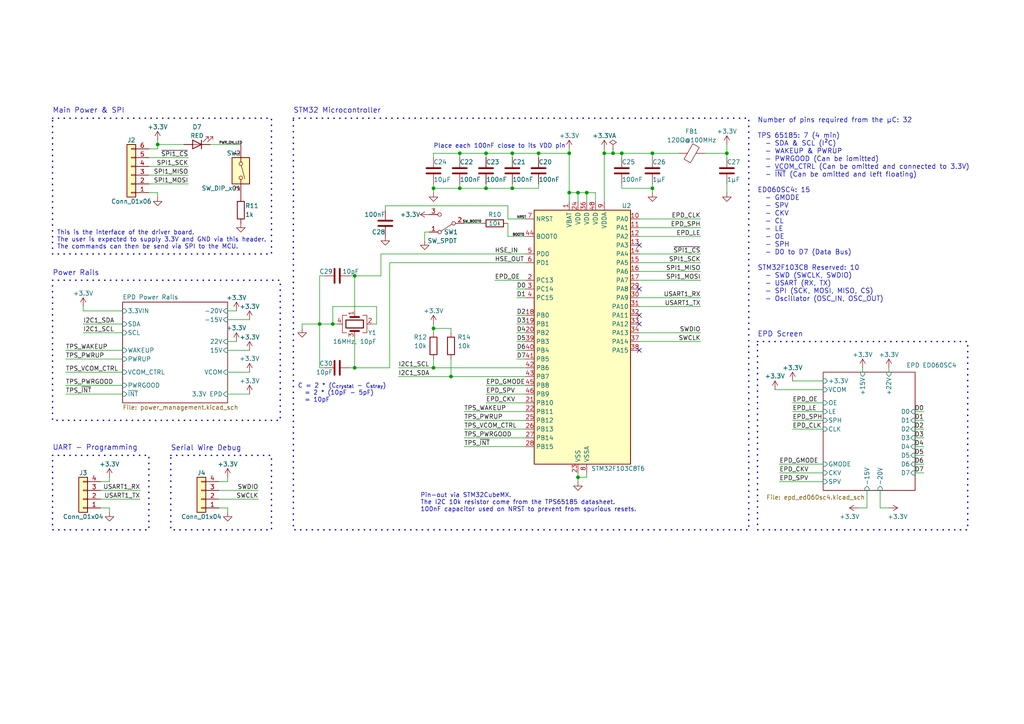
<source format=kicad_sch>
(kicad_sch (version 20230121) (generator eeschema)
  (paper "A4")
  (title_block (title "ED060SC4 SPI Driver Board") (date "2023-04-12") (rev "0.1") (company "hatrix") (comment 1 "https://github.com/Mael-Le-Garrec/ED060SC4_driver_board"))
  (lib_symbols
    (symbol "Connector_Generic:Conn_01x04" (pin_names (offset 1.016) hide)
      (property "Reference" "J" (at 0 5.08 0))
      (property "Value" "Conn_01x04" (at 0 -7.62 0))
      (symbol "Conn_01x04_1_1"
        (rectangle (start -1.27 -4.953) (end 0 -5.207) (stroke (width 0.1524)))
        (rectangle (start -1.27 -2.413) (end 0 -2.667) (stroke (width 0.1524)))
        (rectangle (start -1.27 0.127) (end 0 -0.127) (stroke (width 0.1524)))
        (rectangle (start -1.27 2.667) (end 0 2.413) (stroke (width 0.1524)))
        (rectangle (start -1.27 3.81) (end 1.27 -6.35) (stroke (width 0.254)) (fill (type background)))
        (pin passive line (at -5.08 2.54 0) (length 3.81) (name "Pin_1") (number "1"))
        (pin passive line (at -5.08 0 0) (length 3.81) (name "Pin_2") (number "2"))
        (pin passive line (at -5.08 -2.54 0) (length 3.81) (name "Pin_3") (number "3"))
        (pin passive line (at -5.08 -5.08 0) (length 3.81) (name "Pin_4") (number "4"))
      )
    )
    (symbol "Connector_Generic:Conn_01x06" (pin_names (offset 1.016) hide)
      (property "Reference" "J" (at 0 7.62 0))
      (property "Value" "Conn_01x06" (at 0 -10.16 0))
      (symbol "Conn_01x06_1_1"
        (rectangle (start -1.27 -7.493) (end 0 -7.747) (stroke (width 0.1524)))
        (rectangle (start -1.27 -4.953) (end 0 -5.207) (stroke (width 0.1524)))
        (rectangle (start -1.27 -2.413) (end 0 -2.667) (stroke (width 0.1524)))
        (rectangle (start -1.27 0.127) (end 0 -0.127) (stroke (width 0.1524)))
        (rectangle (start -1.27 2.667) (end 0 2.413) (stroke (width 0.1524)))
        (rectangle (start -1.27 5.207) (end 0 4.953) (stroke (width 0.1524)))
        (rectangle (start -1.27 6.35) (end 1.27 -8.89) (stroke (width 0.254)) (fill (type background)))
        (pin passive line (at -5.08 5.08 0) (length 3.81) (name "Pin_1") (number "1"))
        (pin passive line (at -5.08 2.54 0) (length 3.81) (name "Pin_2") (number "2"))
        (pin passive line (at -5.08 0 0) (length 3.81) (name "Pin_3") (number "3"))
        (pin passive line (at -5.08 -2.54 0) (length 3.81) (name "Pin_4") (number "4"))
        (pin passive line (at -5.08 -5.08 0) (length 3.81) (name "Pin_5") (number "5"))
        (pin passive line (at -5.08 -7.62 0) (length 3.81) (name "Pin_6") (number "6"))
      )
    )
    (symbol "Device:C" (pin_numbers hide) (pin_names (offset 0.254))
      (property "Reference" "C" (at 0.635 2.54 0))
      (property "Value" "C" (at 0.635 -2.54 0))
      (symbol "C_0_1"
        (polyline (pts (xy -2.032 -0.762) (xy 2.032 -0.762)) (stroke (width 0.508)))
        (polyline (pts (xy -2.032 0.762) (xy 2.032 0.762)) (stroke (width 0.508)))
      )
      (symbol "C_1_1"
        (pin passive line (at 0 3.81 270) (length 2.794) (name "~") (number "1"))
        (pin passive line (at 0 -3.81 90) (length 2.794) (name "~") (number "2"))
      )
    )
    (symbol "Device:Crystal_GND24" (pin_names (offset 1.016) hide)
      (property "Reference" "Y" (at 3.175 5.08 0))
      (property "Value" "Crystal_GND24" (at 3.175 3.175 0))
      (symbol "Crystal_GND24_0_1"
        (rectangle (start -1.143 2.54) (end 1.143 -2.54) (stroke (width 0.3048)))
        (polyline (pts (xy -2.54 0) (xy -2.032 0)))
        (polyline (pts (xy -2.032 -1.27) (xy -2.032 1.27)) (stroke (width 0.508)))
        (polyline (pts (xy 0 -3.81) (xy 0 -3.556)))
        (polyline (pts (xy 0 3.556) (xy 0 3.81)))
        (polyline (pts (xy 2.032 -1.27) (xy 2.032 1.27)) (stroke (width 0.508)))
        (polyline (pts (xy 2.032 0) (xy 2.54 0)))
        (polyline (pts (xy -2.54 -2.286) (xy -2.54 -3.556) (xy 2.54 -3.556) (xy 2.54 -2.286)))
        (polyline (pts (xy -2.54 2.286) (xy -2.54 3.556) (xy 2.54 3.556) (xy 2.54 2.286)))
      )
      (symbol "Crystal_GND24_1_1"
        (pin passive line (at -3.81 0 0) (length 1.27) (name "1") (number "1"))
        (pin passive line (at 0 5.08 270) (length 1.27) (name "2") (number "2"))
        (pin passive line (at 3.81 0 180) (length 1.27) (name "3") (number "3"))
        (pin passive line (at 0 -5.08 90) (length 1.27) (name "4") (number "4"))
      )
    )
    (symbol "Device:FerriteBead" (pin_numbers hide) (pin_names (offset 0))
      (property "Reference" "FB" (at -3.81 0.635 90))
      (property "Value" "FerriteBead" (at 3.81 0 90))
      (symbol "FerriteBead_0_1"
        (polyline (pts (xy 0 -1.27) (xy 0 -1.2192)))
        (polyline (pts (xy 0 1.27) (xy 0 1.2954)))
        (polyline (pts (xy -2.7686 0.4064) (xy -1.7018 2.2606) (xy 2.7686 -0.3048) (xy 1.6764 -2.159) (xy -2.7686 0.4064)))
      )
      (symbol "FerriteBead_1_1"
        (pin passive line (at 0 3.81 270) (length 2.54) (name "~") (number "1"))
        (pin passive line (at 0 -3.81 90) (length 2.54) (name "~") (number "2"))
      )
    )
    (symbol "Device:LED" (pin_numbers hide) (pin_names (offset 1.016) hide)
      (property "Reference" "D" (at 0 2.54 0))
      (property "Value" "LED" (at 0 -2.54 0))
      (symbol "LED_0_1"
        (polyline (pts (xy -1.27 -1.27) (xy -1.27 1.27)) (stroke (width 0.254)))
        (polyline (pts (xy -1.27 0) (xy 1.27 0)))
        (polyline (pts (xy 1.27 -1.27) (xy 1.27 1.27) (xy -1.27 0) (xy 1.27 -1.27)) (stroke (width 0.254)))
        (polyline (pts (xy -3.048 -0.762) (xy -4.572 -2.286) (xy -3.81 -2.286) (xy -4.572 -2.286) (xy -4.572 -1.524)))
        (polyline (pts (xy -1.778 -0.762) (xy -3.302 -2.286) (xy -2.54 -2.286) (xy -3.302 -2.286) (xy -3.302 -1.524)))
      )
      (symbol "LED_1_1"
        (pin passive line (at -3.81 0 0) (length 2.54) (name "K") (number "1"))
        (pin passive line (at 3.81 0 180) (length 2.54) (name "A") (number "2"))
      )
    )
    (symbol "Device:R" (pin_numbers hide) (pin_names (offset 0))
      (property "Reference" "R" (at 2.032 0 90))
      (property "Value" "R" (at 0 0 90))
      (symbol "R_0_1"
        (rectangle (start -1.016 -2.54) (end 1.016 2.54) (stroke (width 0.254)))
      )
      (symbol "R_1_1"
        (pin passive line (at 0 3.81 270) (length 1.27) (name "~") (number "1"))
        (pin passive line (at 0 -3.81 90) (length 1.27) (name "~") (number "2"))
      )
    )
    (symbol "MCU_ST_STM32F1:STM32F103C8Tx"
      (property "Reference" "U" (at -12.7 39.37 0))
      (property "Value" "STM32F103C8Tx" (at 10.16 39.37 0))
      (symbol "STM32F103C8Tx_0_1"
        (rectangle (start -12.7 -35.56) (end 15.24 38.1) (stroke (width 0.254)) (fill (type background)))
      )
      (symbol "STM32F103C8Tx_1_1"
        (pin power_in line (at -2.54 40.64 270) (length 2.54) (name "VBAT") (number "1"))
        (pin bidirectional line (at 17.78 35.56 180) (length 2.54) (name "PA0") (number "10"))
        (pin bidirectional line (at 17.78 33.02 180) (length 2.54) (name "PA1") (number "11"))
        (pin bidirectional line (at 17.78 30.48 180) (length 2.54) (name "PA2") (number "12"))
        (pin bidirectional line (at 17.78 27.94 180) (length 2.54) (name "PA3") (number "13"))
        (pin bidirectional line (at 17.78 25.4 180) (length 2.54) (name "PA4") (number "14"))
        (pin bidirectional line (at 17.78 22.86 180) (length 2.54) (name "PA5") (number "15"))
        (pin bidirectional line (at 17.78 20.32 180) (length 2.54) (name "PA6") (number "16"))
        (pin bidirectional line (at 17.78 17.78 180) (length 2.54) (name "PA7") (number "17"))
        (pin bidirectional line (at -15.24 7.62 0) (length 2.54) (name "PB0") (number "18"))
        (pin bidirectional line (at -15.24 5.08 0) (length 2.54) (name "PB1") (number "19"))
        (pin bidirectional line (at -15.24 17.78 0) (length 2.54) (name "PC13") (number "2"))
        (pin bidirectional line (at -15.24 2.54 0) (length 2.54) (name "PB2") (number "20"))
        (pin bidirectional line (at -15.24 -17.78 0) (length 2.54) (name "PB10") (number "21"))
        (pin bidirectional line (at -15.24 -20.32 0) (length 2.54) (name "PB11") (number "22"))
        (pin power_in line (at 0 -38.1 90) (length 2.54) (name "VSS") (number "23"))
        (pin power_in line (at 0 40.64 270) (length 2.54) (name "VDD") (number "24"))
        (pin bidirectional line (at -15.24 -22.86 0) (length 2.54) (name "PB12") (number "25"))
        (pin bidirectional line (at -15.24 -25.4 0) (length 2.54) (name "PB13") (number "26"))
        (pin bidirectional line (at -15.24 -27.94 0) (length 2.54) (name "PB14") (number "27"))
        (pin bidirectional line (at -15.24 -30.48 0) (length 2.54) (name "PB15") (number "28"))
        (pin bidirectional line (at 17.78 15.24 180) (length 2.54) (name "PA8") (number "29"))
        (pin bidirectional line (at -15.24 15.24 0) (length 2.54) (name "PC14") (number "3"))
        (pin bidirectional line (at 17.78 12.7 180) (length 2.54) (name "PA9") (number "30"))
        (pin bidirectional line (at 17.78 10.16 180) (length 2.54) (name "PA10") (number "31"))
        (pin bidirectional line (at 17.78 7.62 180) (length 2.54) (name "PA11") (number "32"))
        (pin bidirectional line (at 17.78 5.08 180) (length 2.54) (name "PA12") (number "33"))
        (pin bidirectional line (at 17.78 2.54 180) (length 2.54) (name "PA13") (number "34"))
        (pin passive line (at 0 -38.1 90) (length 2.54) hide (name "VSS") (number "35"))
        (pin power_in line (at 2.54 40.64 270) (length 2.54) (name "VDD") (number "36"))
        (pin bidirectional line (at 17.78 0 180) (length 2.54) (name "PA14") (number "37"))
        (pin bidirectional line (at 17.78 -2.54 180) (length 2.54) (name "PA15") (number "38"))
        (pin bidirectional line (at -15.24 0 0) (length 2.54) (name "PB3") (number "39"))
        (pin bidirectional line (at -15.24 12.7 0) (length 2.54) (name "PC15") (number "4"))
        (pin bidirectional line (at -15.24 -2.54 0) (length 2.54) (name "PB4") (number "40"))
        (pin bidirectional line (at -15.24 -5.08 0) (length 2.54) (name "PB5") (number "41"))
        (pin bidirectional line (at -15.24 -7.62 0) (length 2.54) (name "PB6") (number "42"))
        (pin bidirectional line (at -15.24 -10.16 0) (length 2.54) (name "PB7") (number "43"))
        (pin input line (at -15.24 30.48 0) (length 2.54) (name "BOOT0") (number "44"))
        (pin bidirectional line (at -15.24 -12.7 0) (length 2.54) (name "PB8") (number "45"))
        (pin bidirectional line (at -15.24 -15.24 0) (length 2.54) (name "PB9") (number "46"))
        (pin passive line (at 0 -38.1 90) (length 2.54) hide (name "VSS") (number "47"))
        (pin power_in line (at 5.08 40.64 270) (length 2.54) (name "VDD") (number "48"))
        (pin bidirectional line (at -15.24 25.4 0) (length 2.54) (name "PD0") (number "5"))
        (pin bidirectional line (at -15.24 22.86 0) (length 2.54) (name "PD1") (number "6"))
        (pin input line (at -15.24 35.56 0) (length 2.54) (name "NRST") (number "7"))
        (pin power_in line (at 2.54 -38.1 90) (length 2.54) (name "VSSA") (number "8"))
        (pin power_in line (at 7.62 40.64 270) (length 2.54) (name "VDDA") (number "9"))
      )
    )
    (symbol "Switch:SW_DIP_x01" (pin_names (offset 0) hide)
      (property "Reference" "SW" (at 0 3.81 0))
      (property "Value" "SW_DIP_x01" (at 0 -3.81 0))
      (symbol "SW_DIP_x01_0_0"
        (circle (center -2.032 0) (radius 0.508))
        (polyline (pts (xy -1.524 0.127) (xy 2.3622 1.1684)))
        (circle (center 2.032 0) (radius 0.508))
      )
      (symbol "SW_DIP_x01_0_1"
        (rectangle (start -3.81 2.54) (end 3.81 -2.54) (stroke (width 0.254)) (fill (type background)))
      )
      (symbol "SW_DIP_x01_1_1"
        (pin passive line (at -7.62 0 0) (length 5.08) (name "~") (number "1"))
        (pin passive line (at 7.62 0 180) (length 5.08) (name "~") (number "2"))
      )
    )
    (symbol "Switch:SW_SPDT" (pin_names (offset 0) hide)
      (property "Reference" "SW" (at 0 4.318 0))
      (property "Value" "SW_SPDT" (at 0 -5.08 0))
      (symbol "SW_SPDT_0_0"
        (circle (center -2.032 0) (radius 0.508))
        (circle (center 2.032 -2.54) (radius 0.508))
      )
      (symbol "SW_SPDT_0_1"
        (polyline (pts (xy -1.524 0.254) (xy 1.651 2.286)))
        (circle (center 2.032 2.54) (radius 0.508))
      )
      (symbol "SW_SPDT_1_1"
        (pin passive line (at 5.08 2.54 180) (length 2.54) (name "A") (number "1"))
        (pin passive line (at -5.08 0 0) (length 2.54) (name "B") (number "2"))
        (pin passive line (at 5.08 -2.54 180) (length 2.54) (name "C") (number "3"))
      )
    )
    (symbol "power:+3.3V" (power) (pin_names (offset 0))
      (property "Value" "+3.3V" (at 0 3.556 0))
      (symbol "+3.3V_0_1"
        (polyline (pts (xy -0.762 1.27) (xy 0 2.54)))
        (polyline (pts (xy 0 0) (xy 0 2.54)))
        (polyline (pts (xy 0 2.54) (xy 0.762 1.27)))
      )
      (symbol "+3.3V_1_1"
        (pin power_in line (at 0 0 90) (length 0) hide (name "+3.3V") (number "1"))
      )
    )
    (symbol "power:+3.3VA" (power) (pin_names (offset 0))
      (property "Value" "+3.3VA" (at 0 3.556 0))
      (symbol "+3.3VA_0_1"
        (polyline (pts (xy -0.762 1.27) (xy 0 2.54)))
        (polyline (pts (xy 0 0) (xy 0 2.54)))
        (polyline (pts (xy 0 2.54) (xy 0.762 1.27)))
      )
      (symbol "+3.3VA_1_1"
        (pin power_in line (at 0 0 90) (length 0) hide (name "+3.3VA") (number "1"))
      )
    )
    (symbol "power:GND" (power) (pin_names (offset 0))
      (property "Value" "GND" (at 0 -3.81 0))
      (symbol "GND_0_1"
        (polyline (pts (xy 0 0) (xy 0 -1.27) (xy 1.27 -1.27) (xy 0 -2.54) (xy -1.27 -1.27) (xy 0 -1.27)))
      )
      (symbol "GND_1_1"
        (pin power_in line (at 0 0 270) (length 0) hide (name "GND") (number "1"))
      )
    )
    (symbol "power:PWR_FLAG" (power) (pin_numbers hide) (pin_names (offset 0) hide)
      (property "Value" "PWR_FLAG" (at 0 3.81 0))
      (symbol "PWR_FLAG_0_0"
        (pin power_out line (at 0 0 90) (length 0) (name "pwr") (number "1"))
      )
      (symbol "PWR_FLAG_0_1"
        (polyline (pts (xy 0 0) (xy 0 1.27) (xy -1.016 1.905) (xy 0 2.54) (xy 1.016 1.905) (xy 0 1.27)))
      )
    )
  )
  (junction (at 45.72 41.91))
  (junction (at 175.26 44.45))
  (junction (at 167.64 138.43))
  (junction (at 125.73 95.25))
  (junction (at 165.1 55.88))
  (junction (at 156.21 44.45))
  (junction (at 133.35 44.45))
  (junction (at 92.71 93.98))
  (junction (at 102.87 106.68))
  (junction (at 165.1 44.45))
  (junction (at 133.35 54.61))
  (junction (at 125.73 106.68))
  (junction (at 167.64 55.88))
  (junction (at 148.59 54.61))
  (junction (at 189.23 54.61))
  (junction (at 125.73 54.61))
  (junction (at 140.97 54.61))
  (junction (at 170.18 55.88))
  (junction (at 130.81 109.22))
  (junction (at 189.23 44.45))
  (junction (at 180.34 44.45))
  (junction (at 96.52 93.98))
  (junction (at 140.97 44.45))
  (junction (at 102.87 80.01))
  (junction (at 148.59 44.45))
  (junction (at 177.8 44.45))
  (junction (at 210.82 44.45))
  (no_connect (at 185.42 91.44))
  (no_connect (at 185.42 83.82))
  (no_connect (at 185.42 93.98))
  (no_connect (at 185.42 101.6))
  (no_connect (at 185.42 71.12))
  (wire (pts (xy 124.46 67.31) (xy 123.19 67.31)))
  (wire (pts (xy 204.47 44.45) (xy 210.82 44.45)))
  (wire (pts (xy 156.21 44.45) (xy 165.1 44.45)))
  (wire (pts (xy 167.64 55.88) (xy 167.64 58.42)))
  (wire (pts (xy 45.72 40.64) (xy 45.72 41.91)))
  (wire (pts (xy 257.81 106.68) (xy 257.81 107.95)))
  (wire (pts (xy 24.13 93.98) (xy 35.56 93.98)))
  (wire (pts (xy 66.04 99.06) (xy 68.58 99.06)))
  (wire (pts (xy 96.52 93.98) (xy 92.71 93.98)))
  (wire (pts (xy 156.21 54.61) (xy 156.21 53.34)))
  (wire (pts (xy 60.96 41.91) (xy 69.85 41.91)))
  (wire (pts (xy 165.1 55.88) (xy 165.1 58.42)))
  (wire (pts (xy 125.73 54.61) (xy 125.73 55.88)))
  (wire (pts (xy 66.04 147.32) (xy 63.5 147.32)))
  (wire (pts (xy 130.81 109.22) (xy 152.4 109.22)))
  (wire (pts (xy 172.72 55.88) (xy 172.72 58.42)))
  (wire (pts (xy 125.73 44.45) (xy 133.35 44.45)))
  (wire (pts (xy 92.71 106.68) (xy 93.98 106.68)))
  (wire (pts (xy 29.21 144.78) (xy 40.64 144.78)))
  (wire (pts (xy 185.42 81.28) (xy 203.2 81.28)))
  (wire (pts (xy 148.59 44.45) (xy 148.59 45.72)))
  (wire (pts (xy 180.34 44.45) (xy 180.34 45.72)))
  (wire (pts (xy 167.64 137.16) (xy 167.64 138.43)))
  (wire (pts (xy 107.95 93.98) (xy 109.22 93.98)))
  (wire (pts (xy 167.64 55.88) (xy 165.1 55.88)))
  (wire (pts (xy 177.8 44.45) (xy 180.34 44.45)))
  (wire (pts (xy 165.1 43.18) (xy 165.1 44.45)))
  (wire (pts (xy 45.72 41.91) (xy 45.72 43.18)))
  (wire (pts (xy 96.52 93.98) (xy 97.79 93.98)))
  (wire (pts (xy 19.05 104.14) (xy 35.56 104.14)))
  (wire (pts (xy 147.32 64.77) (xy 147.32 68.58)))
  (wire (pts (xy 134.62 124.46) (xy 152.4 124.46)))
  (wire (pts (xy 43.18 48.26) (xy 54.61 48.26)))
  (wire (pts (xy 31.75 138.43) (xy 31.75 139.7)))
  (wire (pts (xy 189.23 44.45) (xy 189.23 45.72)))
  (wire (pts (xy 140.97 54.61) (xy 140.97 53.34)))
  (wire (pts (xy 189.23 44.45) (xy 196.85 44.45)))
  (wire (pts (xy 66.04 114.3) (xy 72.39 114.3)))
  (wire (pts (xy 24.13 88.9) (xy 24.13 90.17)))
  (wire (pts (xy 185.42 76.2) (xy 203.2 76.2)))
  (wire (pts (xy 102.87 106.68) (xy 101.6 106.68)))
  (wire (pts (xy 96.52 88.9) (xy 96.52 93.98)))
  (wire (pts (xy 267.97 132.08) (xy 265.43 132.08)))
  (wire (pts (xy 170.18 55.88) (xy 170.18 58.42)))
  (wire (pts (xy 185.42 96.52) (xy 203.2 96.52)))
  (wire (pts (xy 43.18 50.8) (xy 54.61 50.8)))
  (wire (pts (xy 149.86 101.6) (xy 152.4 101.6)))
  (wire (pts (xy 229.87 121.92) (xy 238.76 121.92)))
  (wire (pts (xy 125.73 95.25) (xy 125.73 93.98)))
  (wire (pts (xy 177.8 43.18) (xy 177.8 44.45)))
  (wire (pts (xy 149.86 99.06) (xy 152.4 99.06)))
  (wire (pts (xy 133.35 44.45) (xy 140.97 44.45)))
  (wire (pts (xy 125.73 104.14) (xy 125.73 106.68)))
  (wire (pts (xy 113.03 106.68) (xy 102.87 106.68)))
  (wire (pts (xy 172.72 55.88) (xy 170.18 55.88)))
  (wire (pts (xy 175.26 44.45) (xy 177.8 44.45)))
  (wire (pts (xy 102.87 80.01) (xy 102.87 90.17)))
  (wire (pts (xy 125.73 95.25) (xy 130.81 95.25)))
  (wire (pts (xy 109.22 88.9) (xy 96.52 88.9)))
  (wire (pts (xy 170.18 137.16) (xy 170.18 138.43)))
  (wire (pts (xy 148.59 54.61) (xy 156.21 54.61)))
  (wire (pts (xy 19.05 114.3) (xy 35.56 114.3)))
  (wire (pts (xy 226.06 139.7) (xy 238.76 139.7)))
  (wire (pts (xy 19.05 111.76) (xy 35.56 111.76)))
  (wire (pts (xy 24.13 90.17) (xy 35.56 90.17)))
  (wire (pts (xy 92.71 93.98) (xy 92.71 106.68)))
  (wire (pts (xy 66.04 107.95) (xy 72.39 107.95)))
  (wire (pts (xy 185.42 99.06) (xy 203.2 99.06)))
  (wire (pts (xy 140.97 116.84) (xy 152.4 116.84)))
  (wire (pts (xy 148.59 44.45) (xy 156.21 44.45)))
  (wire (pts (xy 109.22 93.98) (xy 109.22 88.9)))
  (wire (pts (xy 45.72 41.91) (xy 53.34 41.91)))
  (wire (pts (xy 110.49 73.66) (xy 152.4 73.66)))
  (wire (pts (xy 140.97 44.45) (xy 140.97 45.72)))
  (wire (pts (xy 267.97 121.92) (xy 265.43 121.92)))
  (wire (pts (xy 133.35 54.61) (xy 133.35 53.34)))
  (wire (pts (xy 110.49 73.66) (xy 110.49 80.01)))
  (wire (pts (xy 140.97 111.76) (xy 152.4 111.76)))
  (wire (pts (xy 147.32 68.58) (xy 152.4 68.58)))
  (wire (pts (xy 149.86 104.14) (xy 152.4 104.14)))
  (wire (pts (xy 29.21 139.7) (xy 31.75 139.7)))
  (wire (pts (xy 255.27 142.24) (xy 255.27 147.32)))
  (wire (pts (xy 87.63 93.98) (xy 92.71 93.98)))
  (wire (pts (xy 19.05 101.6) (xy 35.56 101.6)))
  (wire (pts (xy 110.49 80.01) (xy 102.87 80.01)))
  (wire (pts (xy 134.62 127) (xy 152.4 127)))
  (wire (pts (xy 180.34 44.45) (xy 189.23 44.45)))
  (wire (pts (xy 167.64 138.43) (xy 167.64 139.7)))
  (wire (pts (xy 250.19 106.68) (xy 250.19 107.95)))
  (wire (pts (xy 170.18 55.88) (xy 167.64 55.88)))
  (wire (pts (xy 226.06 134.62) (xy 238.76 134.62)))
  (wire (pts (xy 102.87 80.01) (xy 101.6 80.01)))
  (wire (pts (xy 229.87 110.49) (xy 238.76 110.49)))
  (wire (pts (xy 248.92 147.32) (xy 251.46 147.32)))
  (wire (pts (xy 147.32 59.69) (xy 147.32 63.5)))
  (wire (pts (xy 24.13 96.52) (xy 35.56 96.52)))
  (wire (pts (xy 185.42 88.9) (xy 203.2 88.9)))
  (wire (pts (xy 19.05 107.95) (xy 35.56 107.95)))
  (wire (pts (xy 185.42 86.36) (xy 203.2 86.36)))
  (wire (pts (xy 130.81 96.52) (xy 130.81 95.25)))
  (wire (pts (xy 43.18 53.34) (xy 54.61 53.34)))
  (wire (pts (xy 87.63 95.25) (xy 87.63 93.98)))
  (wire (pts (xy 111.76 59.69) (xy 147.32 59.69)))
  (wire (pts (xy 189.23 55.88) (xy 189.23 54.61)))
  (wire (pts (xy 123.19 67.31) (xy 123.19 69.85)))
  (wire (pts (xy 267.97 137.16) (xy 265.43 137.16)))
  (wire (pts (xy 125.73 45.72) (xy 125.73 44.45)))
  (wire (pts (xy 66.04 101.6) (xy 72.39 101.6)))
  (wire (pts (xy 185.42 78.74) (xy 203.2 78.74)))
  (wire (pts (xy 143.51 81.28) (xy 152.4 81.28)))
  (wire (pts (xy 63.5 144.78) (xy 74.93 144.78)))
  (wire (pts (xy 43.18 43.18) (xy 45.72 43.18)))
  (wire (pts (xy 29.21 142.24) (xy 40.64 142.24)))
  (wire (pts (xy 43.18 45.72) (xy 54.61 45.72)))
  (wire (pts (xy 210.82 53.34) (xy 210.82 55.88)))
  (wire (pts (xy 210.82 41.91) (xy 210.82 44.45)))
  (wire (pts (xy 185.42 66.04) (xy 203.2 66.04)))
  (wire (pts (xy 267.97 134.62) (xy 265.43 134.62)))
  (wire (pts (xy 92.71 80.01) (xy 93.98 80.01)))
  (wire (pts (xy 257.81 147.32) (xy 255.27 147.32)))
  (wire (pts (xy 134.62 119.38) (xy 152.4 119.38)))
  (wire (pts (xy 180.34 53.34) (xy 180.34 54.61)))
  (wire (pts (xy 149.86 96.52) (xy 152.4 96.52)))
  (wire (pts (xy 185.42 73.66) (xy 203.2 73.66)))
  (wire (pts (xy 147.32 63.5) (xy 152.4 63.5)))
  (wire (pts (xy 267.97 127) (xy 265.43 127)))
  (wire (pts (xy 140.97 44.45) (xy 148.59 44.45)))
  (wire (pts (xy 63.5 142.24) (xy 74.93 142.24)))
  (wire (pts (xy 149.86 91.44) (xy 152.4 91.44)))
  (wire (pts (xy 115.57 109.22) (xy 130.81 109.22)))
  (wire (pts (xy 66.04 90.17) (xy 68.58 90.17)))
  (wire (pts (xy 133.35 54.61) (xy 140.97 54.61)))
  (wire (pts (xy 140.97 54.61) (xy 148.59 54.61)))
  (wire (pts (xy 229.87 119.38) (xy 238.76 119.38)))
  (wire (pts (xy 43.18 55.88) (xy 45.72 55.88)))
  (wire (pts (xy 134.62 121.92) (xy 152.4 121.92)))
  (wire (pts (xy 156.21 45.72) (xy 156.21 44.45)))
  (wire (pts (xy 229.87 124.46) (xy 238.76 124.46)))
  (wire (pts (xy 66.04 148.59) (xy 66.04 147.32)))
  (wire (pts (xy 102.87 106.68) (xy 102.87 97.79)))
  (wire (pts (xy 175.26 43.18) (xy 175.26 44.45)))
  (wire (pts (xy 165.1 44.45) (xy 165.1 55.88)))
  (wire (pts (xy 175.26 44.45) (xy 175.26 58.42)))
  (wire (pts (xy 130.81 104.14) (xy 130.81 109.22)))
  (wire (pts (xy 149.86 83.82) (xy 152.4 83.82)))
  (wire (pts (xy 185.42 68.58) (xy 203.2 68.58)))
  (wire (pts (xy 31.75 147.32) (xy 29.21 147.32)))
  (wire (pts (xy 251.46 147.32) (xy 251.46 142.24)))
  (wire (pts (xy 210.82 44.45) (xy 210.82 45.72)))
  (wire (pts (xy 229.87 116.84) (xy 238.76 116.84)))
  (wire (pts (xy 115.57 106.68) (xy 125.73 106.68)))
  (wire (pts (xy 125.73 106.68) (xy 152.4 106.68)))
  (wire (pts (xy 149.86 86.36) (xy 152.4 86.36)))
  (wire (pts (xy 180.34 54.61) (xy 189.23 54.61)))
  (wire (pts (xy 45.72 55.88) (xy 45.72 57.15)))
  (wire (pts (xy 92.71 80.01) (xy 92.71 93.98)))
  (wire (pts (xy 113.03 106.68) (xy 113.03 76.2)))
  (wire (pts (xy 267.97 129.54) (xy 265.43 129.54)))
  (wire (pts (xy 149.86 93.98) (xy 152.4 93.98)))
  (wire (pts (xy 267.97 119.38) (xy 265.43 119.38)))
  (wire (pts (xy 134.62 129.54) (xy 152.4 129.54)))
  (wire (pts (xy 66.04 92.71) (xy 72.39 92.71)))
  (wire (pts (xy 189.23 53.34) (xy 189.23 54.61)))
  (wire (pts (xy 125.73 54.61) (xy 133.35 54.61)))
  (wire (pts (xy 185.42 63.5) (xy 203.2 63.5)))
  (wire (pts (xy 113.03 76.2) (xy 152.4 76.2)))
  (wire (pts (xy 133.35 45.72) (xy 133.35 44.45)))
  (wire (pts (xy 31.75 148.59) (xy 31.75 147.32)))
  (wire (pts (xy 66.04 139.7) (xy 63.5 139.7)))
  (wire (pts (xy 167.64 138.43) (xy 170.18 138.43)))
  (wire (pts (xy 134.62 64.77) (xy 139.7 64.77)))
  (wire (pts (xy 125.73 95.25) (xy 125.73 96.52)))
  (wire (pts (xy 66.04 138.43) (xy 66.04 139.7)))
  (wire (pts (xy 226.06 137.16) (xy 238.76 137.16)))
  (wire (pts (xy 111.76 59.69) (xy 111.76 60.96)))
  (wire (pts (xy 140.97 114.3) (xy 152.4 114.3)))
  (wire (pts (xy 148.59 54.61) (xy 148.59 53.34)))
  (wire (pts (xy 267.97 124.46) (xy 265.43 124.46)))
  (wire (pts (xy 224.79 113.03) (xy 238.76 113.03)))
  (wire (pts (xy 125.73 53.34) (xy 125.73 54.61)))
  (rectangle (start 219.71 99.06) (end 280.67 153.67) (stroke (width 0.4) (type dot)))
  (rectangle (start 15.24 34.29) (end 78.74 73.66) (stroke (width 0.4) (type dot)))
  (rectangle (start 85.09 34.29) (end 217.17 153.67) (stroke (width 0.4) (type dot)))
  (rectangle (start 49.53 132.08) (end 78.74 153.67) (stroke (width 0.4) (type dot)))
  (rectangle (start 15.24 132.08) (end 43.18 153.67) (stroke (width 0.4) (type dot)))
  (rectangle (start 15.24 81.28) (end 81.28 121.92) (stroke (width 0.4) (type dot)))
  (text "Number of pins required from the µC: 32\n\nTPS 65185: 7 (4 min)\n  - SDA & SCL (I²C)\n  - WAKEUP & PWRUP\n  - PWRGOOD (Can be iomitted)\n  - VCOM_CTRL (Can be omitted and connected to 3.3V)\n  - ~{INT} (Can be omitted and left floating)\n\nED060SC4: 15\n  - GMODE\n  - SPV\n  - CKV\n  - CL\n  - LE\n  - OE\n  - SPH\n  - D0 to D7 (Data Bus)\n\nSTM32F103C8 Reserved: 10\n  - SWD (SWCLK, SWDIO)\n  - USART (RX, TX)\n  - SPI (SCK, MOSI, MISO, CS)\n  - Oscillator (OSC_IN, OSC_OUT)" (at 219.71 87.63 0) (effects (font (size 1.4 1.4)) (justify left bottom)))
  (text "Pin-out via STM32CubeMX.\nThe I2C 10k resistor come from the TPS65185 datasheet.\n100nF capacitor used on NRST to prevent from spurious resets." (at 121.92 148.59 0) (effects (font (size 1.27 1.27)) (justify left bottom)))
  (text "EPD Screen\n\n" (at 219.71 100.33 0) (effects (font (size 1.5 1.5)) (justify left bottom)))
  (text "STM32 Microcontroller\n" (at 85.09 33.02 0) (effects (font (size 1.5 1.5)) (justify left bottom)))
  (text "Power Rails\n\n" (at 15.24 82.55 0) (effects (font (size 1.5 1.5)) (justify left bottom)))
  (text "Place each 100nF close to its VDD pin" (at 125.73 43.18 0) (effects (font (size 1.27 1.27)) (justify left bottom)))
  (text "Serial Wire Debug\n\n" (at 49.53 133.35 0) (effects (font (size 1.5 1.5)) (justify left bottom)))
  (text "This is the interface of the driver board.\nThe user is expected to supply 3.3V and GND via this header.\nThe commands can then be send via SPI to the MCU." (at 16.51 72.39 0) (effects (font (size 1.27 1.27)) (justify left bottom)))
  (text "C = 2 * (C_{crystal} - C_{stray})\n  = 2 * (10pF - 5pF)\n  = 10pF" (at 86.36 116.84 0) (effects (font (size 1.27 1.27)) (justify left bottom)))
  (text "UART - Programming\n" (at 15.24 130.81 0) (effects (font (size 1.5 1.5)) (justify left bottom)))
  (text "Main Power & SPI\n" (at 15.24 33.02 0) (effects (font (size 1.5 1.5)) (justify left bottom)))
  (label "USART1_TX" (at 40.64 144.78 180))
  (label "D1" (at 267.97 121.92 180))
  (label "D7" (at 267.97 137.16 180))
  (label "EPD_CLK" (at 203.2 63.5 180))
  (label "SWCLK" (at 203.2 99.06 180))
  (label "I2C1_SDA" (at 24.13 93.98 0))
  (label "EPD_GMODE" (at 140.97 111.76 0))
  (label "SPI1_SCK" (at 54.61 48.26 180))
  (label "SWDIO" (at 74.93 142.24 180))
  (label "D4" (at 267.97 129.54 180))
  (label "SWDIO" (at 203.2 96.52 180))
  (label "TPS_PWRUP" (at 134.62 121.92 0))
  (label "D3" (at 267.97 127 180))
  (label "TPS_PWRGOOD" (at 134.62 127 0))
  (label "I2C1_SDA" (at 115.57 109.22 0))
  (label "~{SPI1_CS}" (at 203.2 73.66 180))
  (label "EPD_SPH" (at 203.2 66.04 180))
  (label "SWCLK" (at 74.93 144.78 180))
  (label "~{SPI1_CS}" (at 54.61 45.72 180))
  (label "D0" (at 149.86 83.82 0))
  (label "USART1_RX" (at 40.64 142.24 180))
  (label "EPD_OE" (at 229.87 116.84 0))
  (label "SPI1_MOSI" (at 54.61 53.34 180))
  (label "TPS_VCOM_CTRL" (at 19.05 107.95 0))
  (label "EPD_OE" (at 143.51 81.28 0))
  (label "TPS_~{INT}" (at 19.05 114.3 0))
  (label "SPI1_MISO" (at 54.61 50.8 180))
  (label "D6" (at 267.97 134.62 180))
  (label "TPS_PWRGOOD" (at 19.05 111.76 0))
  (label "D6" (at 149.86 101.6 0))
  (label "TPS_VCOM_CTRL" (at 134.62 124.46 0))
  (label "USART1_RX" (at 203.2 86.36 180))
  (label "SW_BOOT0" (at 139.7 64.77 180) (effects (font (size 0.7 0.7))))
  (label "NRST" (at 149.86 63.5 0) (effects (font (size 0.7 0.7))))
  (label "SPI1_SCK" (at 203.2 76.2 180))
  (label "D7" (at 149.86 104.14 0))
  (label "EPD_CKV" (at 226.06 137.16 0))
  (label "EPD_SPV" (at 226.06 139.7 0))
  (label "TPS_PWRUP" (at 19.05 104.14 0))
  (label "SPI1_MOSI" (at 203.2 81.28 180))
  (label "D2" (at 149.86 91.44 0))
  (label "EPD_CLK" (at 229.87 124.46 0))
  (label "EPD_SPH" (at 229.87 121.92 0))
  (label "SPI1_MISO" (at 203.2 78.74 180))
  (label "D3" (at 149.86 93.98 0))
  (label "D5" (at 149.86 99.06 0))
  (label "I2C1_SCL" (at 115.57 106.68 0))
  (label "D5" (at 267.97 132.08 180))
  (label "PWR_ON_LED" (at 63.5 41.91 0) (effects (font (size 0.7 0.7))))
  (label "D4" (at 149.86 96.52 0))
  (label "TPS_WAKEUP" (at 134.62 119.38 0))
  (label "EPD_SPV" (at 140.97 114.3 0))
  (label "EPD_GMODE" (at 226.06 134.62 0))
  (label "EPD_LE" (at 229.87 119.38 0))
  (label "HSE_OUT" (at 143.51 76.2 0))
  (label "HSE_IN" (at 143.51 73.66 0))
  (label "USART1_TX" (at 203.2 88.9 180))
  (label "TPS_WAKEUP" (at 19.05 101.6 0))
  (label "D1" (at 149.86 86.36 0))
  (label "BOOT0" (at 148.59 68.58 0) (effects (font (size 0.7 0.7))))
  (label "EPD_CKV" (at 140.97 116.84 0))
  (label "D0" (at 267.97 119.38 180))
  (label "EPD_LE" (at 203.2 68.58 180))
  (label "TPS_~{INT}" (at 134.62 129.54 0))
  (label "I2C1_SCL" (at 24.13 96.52 0))
  (label "D2" (at 267.97 124.46 180))
  (symbol (lib_id "power:GND") (at 167.64 139.7 0) (unit 1)
    (property "Reference" "#PWR026" (effects hide))
    (property "Value" "GND" (effects hide))
  )
  (symbol (lib_id "power:GND") (at 189.23 55.88 0) (unit 1)
    (property "Reference" "#PWR032" (effects hide))
    (property "Value" "GND" (effects hide))
  )
  (symbol (lib_id "power:+3.3V") (at 165.1 43.18 0) (unit 1)
    (property "Reference" "#PWR029" (effects hide))
    (property "Value" "+3.3V" (at 165.1 39.37 0))
  )
  (symbol (lib_id "Connector_Generic:Conn_01x04") (at 58.42 144.78 180) (unit 1)
    (property "Reference" "J4" (at 58.42 137.16 0))
    (property "Value" "Conn_01x04" (at 58.42 149.86 0))
  )
  (symbol (lib_id "power:+3.3V") (at 68.58 99.06 0) (unit 1)
    (property "Reference" "#PWR065" (effects hide))
    (property "Value" "+22V" (at 68.5411 95.1162 0))
  )
  (symbol (lib_id "power:+3.3V") (at 210.82 41.91 0) (unit 1)
    (property "Reference" "#PWR034" (effects hide))
    (property "Value" "+3.3V" (at 210.82 38.1 0))
  )
  (symbol (lib_id "Device:C") (at 125.73 49.53 0) (unit 1)
    (property "Reference" "C24" (at 125.73 46.99 0) (effects (justify left)))
    (property "Value" "10µF" (at 125.73 52.07 0) (effects (justify left)))
  )
  (symbol (lib_id "power:+3.3V") (at 248.92 147.32 90) (unit 1)
    (property "Reference" "#PWR070" (effects hide))
    (property "Value" "-15V" (at 246.38 149.86 90))
  )
  (symbol (lib_id "Device:FerriteBead") (at 200.66 44.45 90) (unit 1)
    (property "Reference" "FB1" (at 200.6092 38.1 90))
    (property "Value" "120Ω@100MHz" (at 200.6092 40.64 90))
  )
  (symbol (lib_id "power:+3.3V") (at 31.75 138.43 0) (unit 1)
    (property "Reference" "#PWR042" (effects hide))
    (property "Value" "+3.3V" (at 31.75 134.62 0))
  )
  (symbol (lib_id "power:+3.3V") (at 72.39 114.3 0) (unit 1)
    (property "Reference" "#PWR061" (effects hide))
    (property "Value" "+3.3V_EDP" (at 72.39 110.49 0))
  )
  (symbol (lib_id "Device:C") (at 210.82 49.53 0) (unit 1)
    (property "Reference" "C27" (at 210.82 46.99 0) (effects (justify left)))
    (property "Value" "1µF" (at 210.82 52.07 0) (effects (justify left)))
  )
  (symbol (lib_id "Device:C") (at 189.23 49.53 0) (unit 1)
    (property "Reference" "C26" (at 189.23 46.99 0) (effects (justify left)))
    (property "Value" "1µF" (at 189.23 52.07 0) (effects (justify left)))
  )
  (symbol (lib_id "power:PWR_FLAG") (at 177.8 43.18 0) (unit 1)
    (property "Reference" "#FLG02" (effects hide))
    (property "Value" "PWR_FLAG" (effects hide))
  )
  (symbol (lib_id "power:+3.3V") (at 24.13 88.9 0) (unit 1)
    (property "Reference" "#PWR039" (effects hide))
    (property "Value" "+3.3V" (at 24.13 85.09 0))
  )
  (symbol (lib_id "power:+3.3V") (at 72.39 101.6 0) (unit 1)
    (property "Reference" "#PWR064" (effects hide))
    (property "Value" "+15V" (at 72.39 97.79 0))
  )
  (symbol (lib_id "power:+3.3V") (at 72.39 107.95 0) (unit 1)
    (property "Reference" "#PWR066" (effects hide))
    (property "Value" "VCOM" (at 72.3511 104.0062 0))
  )
  (symbol (lib_id "Device:C") (at 156.21 49.53 0) (unit 1)
    (property "Reference" "C20" (at 156.21 46.99 0) (effects (justify left)))
    (property "Value" "100nF" (at 156.21 52.07 0) (effects (justify left)))
  )
  (symbol (lib_id "Device:C") (at 133.35 49.53 0) (unit 1)
    (property "Reference" "C22" (at 133.35 46.99 0) (effects (justify left)))
    (property "Value" "100nF" (at 133.35 52.07 0) (effects (justify left)))
  )
  (symbol (lib_id "power:+3.3V") (at 224.79 113.03 0) (unit 1)
    (property "Reference" "#PWR068" (effects hide))
    (property "Value" "VCOM" (at 224.7511 109.0862 0))
  )
  (symbol (lib_id "power:+3.3V") (at 257.81 106.68 0) (unit 1)
    (property "Reference" "#PWR072" (effects hide))
    (property "Value" "+22V" (at 257.81 102.87 0))
  )
  (symbol (lib_id "Device:LED") (at 57.15 41.91 180) (unit 1)
    (property "Reference" "D7" (at 57.15 36.83 0))
    (property "Value" "RED" (at 57.15 39.37 0))
  )
  (symbol (lib_id "Device:Crystal_GND24") (at 102.87 93.98 270) (unit 1)
    (property "Reference" "Y1" (at 107.95 96.52 90))
    (property "Value" "16MHz, 10pF" (at 102.87 99.06 90))
  )
  (symbol (lib_id "Device:C") (at 97.79 106.68 90) (unit 1)
    (property "Reference" "C30" (at 96.52 105.41 90) (effects (justify left)))
    (property "Value" "10pF" (at 96.52 107.95 90) (effects (justify left)))
  )
  (symbol (lib_id "power:+3.3V") (at 72.39 92.71 0) (unit 1)
    (property "Reference" "#PWR063" (effects hide))
    (property "Value" "-15V" (at 72.39 88.9 0))
  )
  (symbol (lib_id "power:+3.3V") (at 257.81 147.32 270) (unit 1)
    (property "Reference" "#PWR069" (effects hide))
    (property "Value" "-20V" (at 260.35 149.86 90))
  )
  (symbol (lib_id "Device:R") (at 130.81 100.33 0) (unit 1)
    (property "Reference" "R14" (at 134.62 97.79 0))
    (property "Value" "10k" (at 134.62 100.33 0))
  )
  (symbol (lib_id "power:+3.3V") (at 45.72 40.64 0) (unit 1)
    (property "Reference" "#PWR028" (effects hide))
    (property "Value" "+3.3V" (at 45.72 36.83 0))
  )
  (symbol (lib_id "Device:C") (at 111.76 64.77 180) (unit 1)
    (property "Reference" "C28" (at 111.76 67.31 0) (effects (justify left)))
    (property "Value" "100nF" (at 111.76 62.23 0) (effects (justify left)))
  )
  (symbol (lib_id "power:+3.3V") (at 124.46 62.23 90) (unit 1)
    (property "Reference" "#PWR037" (effects hide))
    (property "Value" "+3.3V" (at 121.92 62.23 90) (effects (justify left)))
  )
  (symbol (lib_id "Device:R") (at 69.85 60.96 0) (unit 1)
    (property "Reference" "R11" (at 71.12 59.69 0) (effects (justify left)))
    (property "Value" "1k" (at 71.12 62.23 0) (effects (justify left)))
  )
  (symbol (lib_id "power:+3.3V") (at 250.19 106.68 0) (unit 1)
    (property "Reference" "#PWR071" (effects hide))
    (property "Value" "+15V" (at 250.19 102.87 0))
  )
  (symbol (lib_id "power:GND") (at 125.73 55.88 0) (unit 1)
    (property "Reference" "#PWR030" (effects hide))
    (property "Value" "GND" (effects hide))
  )
  (symbol (lib_id "power:GND") (at 31.75 148.59 0) (unit 1)
    (property "Reference" "#PWR043" (effects hide))
    (property "Value" "GND" (effects hide))
  )
  (symbol (lib_id "Connector_Generic:Conn_01x06") (at 38.1 50.8 180) (unit 1)
    (property "Reference" "J2" (at 38.1 40.64 0))
    (property "Value" "Conn_01x06" (at 38.1 58.42 0))
  )
  (symbol (lib_id "power:+3.3V") (at 125.73 93.98 0) (unit 1)
    (property "Reference" "#PWR045" (effects hide))
    (property "Value" "+3.3V" (at 125.73 90.17 0))
  )
  (symbol (lib_id "Connector_Generic:Conn_01x04") (at 24.13 144.78 180) (unit 1)
    (property "Reference" "J3" (at 24.13 137.16 0))
    (property "Value" "Conn_01x04" (at 24.13 149.86 0))
  )
  (symbol (lib_id "power:GND") (at 45.72 57.15 0) (unit 1)
    (property "Reference" "#PWR027" (effects hide))
    (property "Value" "GND" (effects hide))
  )
  (symbol (lib_id "power:+3.3V") (at 229.87 110.49 0) (unit 1)
    (property "Reference" "#PWR067" (effects hide))
    (property "Value" "+3.3V_EDP" (at 229.87 106.68 0))
  )
  (symbol (lib_id "Switch:SW_DIP_x01") (at 69.85 49.53 270) (unit 1)
    (property "Reference" "SW2" (at 69.85 44.45 90) (effects (justify right)))
    (property "Value" "SW_DIP_x01" (at 69.85 54.61 90) (effects (justify right)))
    (property "Footprint" "local_lib:DSIC01LSGET" (effects hide))
    (property "Datasheet" "https://datasheet.lcsc.com/lcsc/1811041512_DongGuan-KINGTEK-Industrial-Co--LTD-DSIC01LSGET_C54948.pdf" (effects hide))
  )
  (symbol (lib_id "Device:C") (at 97.79 80.01 90) (unit 1)
    (property "Reference" "C29" (at 96.52 78.74 90) (effects (justify left)))
    (property "Value" "10pF" (at 104.14 78.74 90) (effects (justify left)))
  )
  (symbol (lib_id "Device:R") (at 143.51 64.77 90) (unit 1)
    (property "Reference" "R10" (at 143.51 62.23 90))
    (property "Value" "10k" (at 143.51 64.77 90))
  )
  (symbol (lib_id "Device:C") (at 180.34 49.53 0) (unit 1)
    (property "Reference" "C25" (at 180.34 46.99 0) (effects (justify left)))
    (property "Value" "100nF" (at 180.34 52.07 0) (effects (justify left)))
  )
  (symbol (lib_id "power:+3.3V") (at 66.04 138.43 0) (unit 1)
    (property "Reference" "#PWR040" (effects hide))
    (property "Value" "+3.3V" (at 66.04 134.62 0))
  )
  (symbol (lib_id "power:GND") (at 123.19 69.85 0) (unit 1)
    (property "Reference" "#PWR036" (effects hide))
    (property "Value" "GND" (effects hide))
  )
  (symbol (lib_id "power:+3.3VA") (at 175.26 43.18 0) (unit 1)
    (property "Reference" "#PWR031" (effects hide))
    (property "Value" "+3.3VA" (at 175.26 39.37 0))
  )
  (symbol (lib_id "power:GND") (at 87.63 95.25 0) (unit 1)
    (property "Reference" "#PWR038" (effects hide))
    (property "Value" "GND" (effects hide))
  )
  (symbol (lib_id "power:GND") (at 210.82 55.88 0) (unit 1)
    (property "Reference" "#PWR033" (effects hide))
    (property "Value" "GND" (effects hide))
  )
  (symbol (lib_id "MCU_ST_STM32F1:STM32F103C8Tx") (at 167.64 99.06 0) (unit 1)
    (property "Reference" "U2" (at 180.34 59.69 0) (effects (justify left)))
    (property "Value" "STM32F103C8T6" (at 171.45 135.89 0) (effects (justify left)))
    (property "Footprint" "Package_QFP:LQFP-48_7x7mm_P0.5mm" (effects hide))
    (property "Datasheet" "https://www.st.com/resource/en/datasheet/stm32f103c8.pdf" (effects hide))
  )
  (symbol (lib_id "Device:C") (at 140.97 49.53 0) (unit 1)
    (property "Reference" "C23" (at 140.97 46.99 0) (effects (justify left)))
    (property "Value" "100nF" (at 140.97 52.07 0) (effects (justify left)))
  )
  (symbol (lib_id "power:GND") (at 111.76 68.58 0) (unit 1)
    (property "Reference" "#PWR035" (effects hide))
    (property "Value" "GND" (effects hide))
  )
  (symbol (lib_id "power:+3.3V") (at 68.58 90.17 0) (unit 1)
    (property "Reference" "#PWR062" (effects hide))
    (property "Value" "-20V" (at 68.58 86.36 0))
  )
  (symbol (lib_id "Switch:SW_SPDT") (at 129.54 64.77 180) (unit 1)
    (property "Reference" "SW1" (at 130.81 67.31 0))
    (property "Value" "SW_SPDT" (at 128.27 69.85 0))
  )
  (symbol (lib_id "Device:C") (at 148.59 49.53 0) (unit 1)
    (property "Reference" "C21" (at 148.59 46.99 0) (effects (justify left)))
    (property "Value" "100nF" (at 148.59 52.07 0) (effects (justify left)))
  )
  (symbol (lib_id "power:GND") (at 69.85 64.77 0) (unit 1)
    (property "Reference" "#PWR044" (effects hide))
    (property "Value" "GND" (effects hide))
  )
  (symbol (lib_id "power:GND") (at 66.04 148.59 0) (unit 1)
    (property "Reference" "#PWR041" (effects hide))
    (property "Value" "GND" (effects hide))
  )
  (symbol (lib_id "Device:R") (at 125.73 100.33 0) (unit 1)
    (property "Reference" "R12" (at 121.92 97.79 0))
    (property "Value" "10k" (at 121.92 100.33 0))
  )
  (sheet (at 238.76 107.95) (size 26.67 34.29) (stroke (width 0.1524))
    (property "Sheetname" "EPD ED060SC4" (at 262.89 106.68 0) (effects (justify left bottom)))
    (property "Sheetfile" "epd_ed060sc4.kicad_sch" (at 222.25 143.51 0) (effects (justify left top)))
    (pin "SPV" input (at 238.76 139.7 180))
    (pin "CKV" input (at 238.76 137.16 180))
    (pin "GMODE" input (at 238.76 134.62 180))
    (pin "OE" input (at 238.76 116.84 180))
    (pin "LE" input (at 238.76 119.38 180))
    (pin "SPH" input (at 238.76 121.92 180))
    (pin "-15V" input (at 251.46 142.24 270))
    (pin "CLK" input (at 238.76 124.46 180))
    (pin "+15V" input (at 250.19 107.95 90))
    (pin "VCOM" input (at 238.76 113.03 180))
    (pin "+22V" input (at 257.81 107.95 90))
    (pin "-20V" input (at 255.27 142.24 270))
    (pin "+3.3V" input (at 238.76 110.49 180))
    (pin "D5" input (at 265.43 132.08 0))
    (pin "D6" input (at 265.43 134.62 0))
    (pin "D4" input (at 265.43 129.54 0))
    (pin "D2" input (at 265.43 124.46 0))
    (pin "D3" input (at 265.43 127 0))
    (pin "D7" input (at 265.43 137.16 0))
    (pin "D0" input (at 265.43 119.38 0))
    (pin "D1" input (at 265.43 121.92 0))
  )
  (sheet (at 35.56 87.63) (size 30.48 29.21) (stroke (width 0.1524))
    (property "Sheetname" "EPD Power Rails" (at 35.56 86.9184 0) (effects (justify left bottom)))
    (property "Sheetfile" "power_management.kicad_sch" (at 35.56 117.4246 0) (effects (justify left top)))
    (pin "-20V" input (at 66.04 90.17 0))
    (pin "3.3VIN" input (at 35.56 90.17 180))
    (pin "-15V" input (at 66.04 92.71 0))
    (pin "3.3V EPD" input (at 66.04 114.3 0))
    (pin "~{INT}" input (at 35.56 114.3 180))
    (pin "PWRGOOD" input (at 35.56 111.76 180))
    (pin "15V" input (at 66.04 101.6 0))
    (pin "22V" input (at 66.04 99.06 0))
    (pin "PWRUP" input (at 35.56 104.14 180))
    (pin "VCOM" input (at 66.04 107.95 0))
    (pin "VCOM_CTRL" input (at 35.56 107.95 180))
    (pin "SDA" input (at 35.56 93.98 180))
    (pin "SCL" input (at 35.56 96.52 180))
    (pin "WAKEUP" input (at 35.56 101.6 180))
  )
)
</source>
